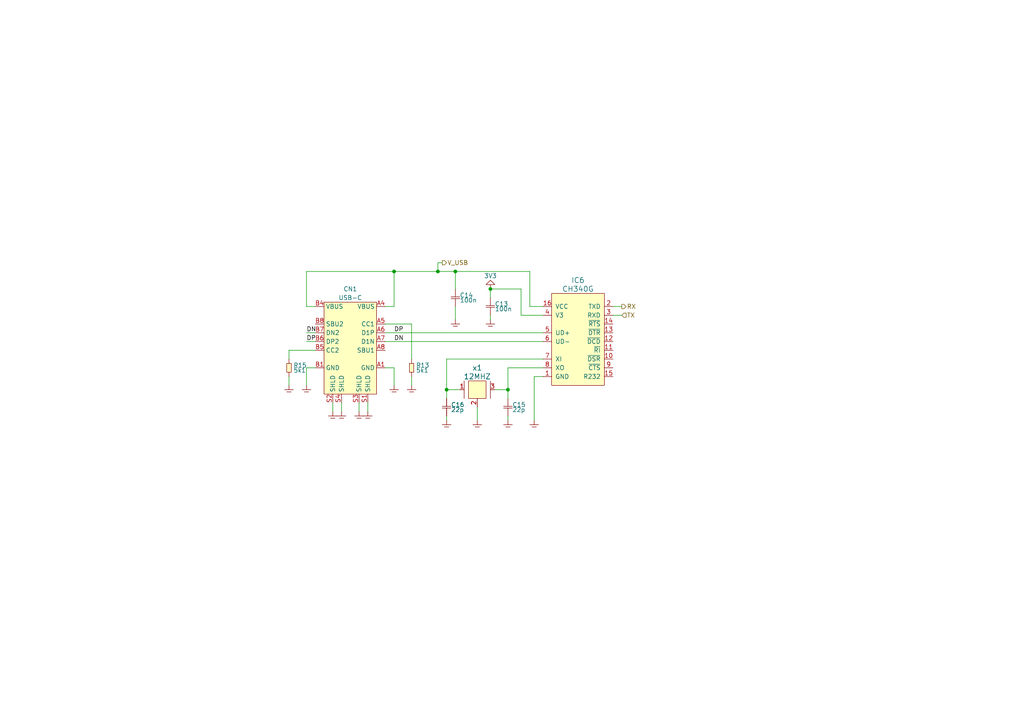
<source format=kicad_sch>
(kicad_sch (version 20230121) (generator eeschema)
  (paper "A4")
  (lib_symbols
    (symbol "connectors:USB4105-GF-A"
      (property "Reference" "CN" (at 0 15.24 0))
      (symbol "USB4105-GF-A_1_1"
        (rectangle (start -7.62 11.43) (end 7.62 -15.24) (fill (type background)))
        (pin power_out line (at -10.16 -7.62 0) (length 2.54) (name "GND") (number "A1"))
        (pin power_in line (at -10.16 10.16 0) (length 2.54) (name "VBUS") (number "A4"))
        (pin bidirectional line (at -10.16 5.08 0) (length 2.54) (name "CC1") (number "A5"))
        (pin bidirectional line (at -10.16 2.54 0) (length 2.54) (name "D1P") (number "A6"))
        (pin bidirectional line (at -10.16 0 0) (length 2.54) (name "D1N") (number "A7"))
        (pin bidirectional line (at -10.16 -2.54 0) (length 2.54) (name "SBU1") (number "A8"))
        (pin power_out line (at 10.16 -7.62 180) (length 2.54) (name "GND") (number "B1"))
        (pin power_in line (at 10.16 10.16 180) (length 2.54) (name "VBUS") (number "B4"))
        (pin bidirectional line (at 10.16 -2.54 180) (length 2.54) (name "CC2") (number "B5"))
        (pin bidirectional line (at 10.16 0 180) (length 2.54) (name "DP2") (number "B6"))
        (pin bidirectional line (at 10.16 2.54 180) (length 2.54) (name "DN2") (number "B7"))
        (pin bidirectional line (at 10.16 5.08 180) (length 2.54) (name "SBU2") (number "B8"))
        (pin power_out line (at -5.08 -17.78 90) (length 2.54) (name "SHLD") (number "S1"))
        (pin power_out line (at 5.08 -17.78 90) (length 2.54) (name "SHLD") (number "S2"))
        (pin power_out line (at -2.54 -17.78 90) (length 2.54) (name "SHLD") (number "S3"))
        (pin power_out line (at 2.54 -17.78 90) (length 2.54) (name "SHLD") (number "S4"))
      )
    )
    (symbol "generic:3V3" (power) (pin_numbers hide) (pin_names (offset 0) hide)
      (property "Value" "3V3" (at 0 3.81 0))
      (symbol "3V3_0_1"
        (polyline (pts (xy 0 0) (xy 0 1.27) (xy -1.27 1.27) (xy 0 2.54) (xy 1.27 1.27) (xy 0 1.27)))
      )
      (symbol "3V3_1_1"
        (pin power_in line (at 0 0 90) (length 2.54) hide (name "3V3") (number "~"))
      )
    )
    (symbol "generic:C" (pin_numbers hide) (pin_names (offset 0) hide)
      (property "Reference" "C" (at 2.54 0 0))
      (property "Value" "C" (at 2.54 -2.54 0))
      (symbol "C_0_1"
        (polyline (pts (xy -1.27 -0.254) (xy 1.27 -0.254)))
        (polyline (pts (xy 1.27 0.254) (xy -1.27 0.254)))
      )
      (symbol "C_1_1"
        (pin bidirectional line (at 0 2.54 270) (length 2.3114) (name "~") (number "1"))
        (pin bidirectional line (at 0 -2.54 90) (length 2.3114) (name "~") (number "2"))
      )
    )
    (symbol "generic:GND" (power) (pin_numbers hide) (pin_names (offset 0) hide)
      (symbol "GND_0_1"
        (polyline (pts (xy -1.27 -1.27) (xy 1.27 -1.27)))
        (polyline (pts (xy 0 -2.54) (xy 0 -2.54)))
        (polyline (pts (xy 0 -1.27) (xy 0 0)))
        (polyline (pts (xy 0.635 -1.905) (xy -0.635 -1.905)))
      )
      (symbol "GND_1_1"
        (pin power_in line (at 0 0 270) (length 2.54) hide (name "GND") (number "~"))
      )
    )
    (symbol "generic:R" (pin_numbers hide) (pin_names (offset 0) hide)
      (property "Reference" "R" (at 0 1.905 0))
      (symbol "R_0_1"
        (rectangle (start -1.27 0.635) (end 1.27 -0.635) (fill (type background)))
      )
      (symbol "R_1_1"
        (pin bidirectional line (at -2.54 0 0) (length 1.27) (name "~") (number "1"))
        (pin bidirectional line (at 2.54 0 180) (length 1.27) (name "~") (number "2"))
      )
    )
    (symbol "oscillators:RH100-12.000-18-2020-EXT-TR" (pin_names (offset 1.016))
      (property "Reference" "x" (at 0 6.35 0))
      (property "Value" "RH100-12.000-18-2020-EXT-TR" (at 0 3.81 0))
      (symbol "RH100-12.000-18-2020-EXT-TR_0_1"
        (rectangle (start -2.54 2.54) (end 2.54 -2.54) (fill (type background)))
        (polyline (pts (xy -3.81 2.54) (xy -3.81 -2.54)))
        (polyline (pts (xy 3.81 2.54) (xy 3.81 -2.54)))
      )
      (symbol "RH100-12.000-18-2020-EXT-TR_1_1"
        (pin input line (at -5.08 0 0) (length 1.27) (name "~") (number "1"))
        (pin input line (at 0 -5.08 90) (length 2.54) (name "~") (number "2"))
        (pin input line (at 5.08 0 180) (length 1.27) (name "~") (number "3"))
        (pin input line (at 0 -5.08 90) (length 2.54) hide (name "~") (number "4"))
      )
    )
    (symbol "serial:CH340G" (pin_names (offset 1.016))
      (property "Reference" "IC" (at -5.08 15.24 0))
      (property "Value" "CH340G" (at 0 12.7 0))
      (symbol "CH340G_0_1"
        (rectangle (start -7.62 13.97) (end 7.62 -12.7) (fill (type background)))
      )
      (symbol "CH340G_1_1"
        (pin input line (at -10.16 -10.16 0) (length 2.54) (name "GND") (number "1"))
        (pin input line (at 10.16 -5.08 180) (length 2.54) (name "~{DSR}") (number "10"))
        (pin input line (at 10.16 -2.54 180) (length 2.54) (name "~{RI}") (number "11"))
        (pin input line (at 10.16 0 180) (length 2.54) (name "~{DCD}") (number "12"))
        (pin input line (at 10.16 2.54 180) (length 2.54) (name "~{DTR}") (number "13"))
        (pin input line (at 10.16 5.08 180) (length 2.54) (name "~{RTS}") (number "14"))
        (pin input line (at 10.16 -10.16 180) (length 2.54) (name "R232") (number "15"))
        (pin input line (at -10.16 10.16 0) (length 2.54) (name "VCC") (number "16"))
        (pin input line (at 10.16 10.16 180) (length 2.54) (name "TXD") (number "2"))
        (pin input line (at 10.16 7.62 180) (length 2.54) (name "RXD") (number "3"))
        (pin input line (at -10.16 7.62 0) (length 2.54) (name "V3") (number "4"))
        (pin input line (at -10.16 2.54 0) (length 2.54) (name "UD+") (number "5"))
        (pin input line (at -10.16 0 0) (length 2.54) (name "UD-") (number "6"))
        (pin input line (at -10.16 -5.08 0) (length 2.54) (name "XI") (number "7"))
        (pin input line (at -10.16 -7.62 0) (length 2.54) (name "XO") (number "8"))
        (pin input line (at 10.16 -7.62 180) (length 2.54) (name "~{CTS}") (number "9"))
      )
    )
  )
  (junction (at 142.24 83.82))
  (junction (at 147.32 113.03))
  (junction (at 132.08 78.74))
  (junction (at 127 78.74))
  (junction (at 114.3 78.74))
  (junction (at 129.54 113.03))
  (wire (pts (xy 129.54 113.03) (xy 129.54 104.14)))
  (wire (pts (xy 83.82 101.6) (xy 91.44 101.6)))
  (wire (pts (xy 88.9 78.74) (xy 114.3 78.74)))
  (wire (pts (xy 83.82 111.76) (xy 83.82 109.22)))
  (wire (pts (xy 143.51 113.03) (xy 147.32 113.03)))
  (wire (pts (xy 114.3 78.74) (xy 127 78.74)))
  (wire (pts (xy 88.9 88.9) (xy 88.9 78.74)))
  (wire (pts (xy 142.24 91.44) (xy 142.24 92.71)))
  (wire (pts (xy 111.76 96.52) (xy 157.48 96.52)))
  (wire (pts (xy 157.48 109.22) (xy 154.94 109.22)))
  (wire (pts (xy 132.08 78.74) (xy 132.08 83.82)))
  (wire (pts (xy 111.76 93.98) (xy 119.38 93.98)))
  (wire (pts (xy 147.32 106.68) (xy 157.48 106.68)))
  (wire (pts (xy 147.32 120.65) (xy 147.32 121.92)))
  (wire (pts (xy 132.08 78.74) (xy 127 78.74)))
  (wire (pts (xy 96.52 116.84) (xy 96.52 119.38)))
  (wire (pts (xy 91.44 88.9) (xy 88.9 88.9)))
  (wire (pts (xy 88.9 96.52) (xy 91.44 96.52)))
  (wire (pts (xy 177.8 91.44) (xy 180.34 91.44)))
  (wire (pts (xy 111.76 88.9) (xy 114.3 88.9)))
  (wire (pts (xy 88.9 111.76) (xy 88.9 106.68)))
  (wire (pts (xy 88.9 99.06) (xy 91.44 99.06)))
  (wire (pts (xy 153.67 78.74) (xy 153.67 88.9)))
  (wire (pts (xy 177.8 88.9) (xy 180.34 88.9)))
  (wire (pts (xy 119.38 93.98) (xy 119.38 104.14)))
  (wire (pts (xy 88.9 106.68) (xy 91.44 106.68)))
  (wire (pts (xy 127 78.74) (xy 127 76.2)))
  (wire (pts (xy 129.54 113.03) (xy 133.35 113.03)))
  (wire (pts (xy 153.67 88.9) (xy 157.48 88.9)))
  (wire (pts (xy 129.54 104.14) (xy 157.48 104.14)))
  (wire (pts (xy 119.38 109.22) (xy 119.38 111.76)))
  (wire (pts (xy 99.06 116.84) (xy 99.06 119.38)))
  (wire (pts (xy 129.54 115.57) (xy 129.54 113.03)))
  (wire (pts (xy 151.13 83.82) (xy 151.13 91.44)))
  (wire (pts (xy 147.32 113.03) (xy 147.32 115.57)))
  (wire (pts (xy 129.54 120.65) (xy 129.54 121.92)))
  (wire (pts (xy 106.68 116.84) (xy 106.68 119.38)))
  (wire (pts (xy 151.13 91.44) (xy 157.48 91.44)))
  (wire (pts (xy 153.67 78.74) (xy 132.08 78.74)))
  (wire (pts (xy 111.76 99.06) (xy 157.48 99.06)))
  (wire (pts (xy 138.43 118.11) (xy 138.43 121.92)))
  (wire (pts (xy 147.32 113.03) (xy 147.32 106.68)))
  (wire (pts (xy 111.76 106.68) (xy 114.3 106.68)))
  (wire (pts (xy 142.24 83.82) (xy 142.24 86.36)))
  (wire (pts (xy 104.14 116.84) (xy 104.14 119.38)))
  (wire (pts (xy 142.24 83.82) (xy 151.13 83.82)))
  (wire (pts (xy 132.08 88.9) (xy 132.08 92.71)))
  (wire (pts (xy 114.3 106.68) (xy 114.3 111.76)))
  (wire (pts (xy 127 76.2) (xy 128.27 76.2)))
  (wire (pts (xy 83.82 104.14) (xy 83.82 101.6)))
  (wire (pts (xy 114.3 88.9) (xy 114.3 78.74)))
  (wire (pts (xy 154.94 109.22) (xy 154.94 121.92)))
  (label "DN" (at 114.3 99.06 0))
  (label "DP" (at 88.9 99.06 0))
  (label "DN" (at 88.9 96.52 0))
  (label "DP" (at 114.3 96.52 0))
  (hierarchical_label "V_USB" (shape output) (at 128.27 76.2 0))
  (hierarchical_label "RX" (shape output) (at 180.34 88.9 0))
  (hierarchical_label "TX" (shape input) (at 180.34 91.44 0))
  (symbol (lib_id "generic:GND") (at 138.43 121.92 0) (unit 1)
    (property "Reference" "#GND0120" (effects hide))
    (property "Value" "GND" (effects hide))
  )
  (symbol (lib_id "serial:CH340G") (at 167.64 99.06 0) (unit 1)
    (property "Reference" "IC6" (at 167.64 81.28 0) (effects (font (size 1.524 1.524))))
    (property "Value" "CH340G" (at 167.64 83.82 0) (effects (font (size 1.524 1.524))))
    (property "Footprint" "SOP:SOP-16" (effects hide))
  )
  (symbol (lib_id "generic:GND") (at 129.54 121.92 0) (unit 1)
    (property "Reference" "#GND0121" (effects hide))
    (property "Value" "GND" (effects hide))
  )
  (symbol (lib_id "generic:R") (at 119.38 106.68 90) (unit 1)
    (property "Reference" "R13" (at 120.65 106.68 90) (effects (justify right top)))
    (property "Value" "5k1" (at 120.65 106.68 90) (effects (justify right bottom)))
    (property "Footprint" "SMT:0603" (effects hide))
    (property "Digi-Key" "13-RC0603FR-135K1LCT-ND" (effects hide))
  )
  (symbol (lib_id "generic:C") (at 132.08 86.36 0) (unit 1)
    (property "Reference" "C14" (at 133.35 86.36 0) (effects (justify left bottom)))
    (property "Value" "100n" (at 133.35 86.36 0) (effects (justify left top)))
    (property "Footprint" "SMT:0603" (effects hide))
    (property "Digi-Key" "1276-1935-1-ND" (effects hide))
  )
  (symbol (lib_id "generic:GND") (at 88.9 111.76 0) (unit 1)
    (property "Reference" "#GND05" (effects hide))
    (property "Value" "GND" (effects hide))
  )
  (symbol (lib_id "generic:GND") (at 114.3 111.76 0) (unit 1)
    (property "Reference" "#GND0124" (effects hide))
    (property "Value" "GND" (effects hide))
  )
  (symbol (lib_id "generic:GND") (at 119.38 111.76 0) (unit 1)
    (property "Reference" "#GND06" (effects hide))
    (property "Value" "GND" (effects hide))
  )
  (symbol (lib_id "generic:GND") (at 104.14 119.38 0) (unit 1)
    (property "Reference" "#GND02" (effects hide))
    (property "Value" "GND" (effects hide))
  )
  (symbol (lib_id "generic:GND") (at 154.94 121.92 0) (unit 1)
    (property "Reference" "#GND0119" (effects hide))
    (property "Value" "GND" (effects hide))
  )
  (symbol (lib_id "generic:R") (at 83.82 106.68 90) (unit 1)
    (property "Reference" "R15" (at 85.09 106.68 90) (effects (justify right top)))
    (property "Value" "5k1" (at 85.09 106.68 90) (effects (justify right bottom)))
    (property "Footprint" "SMT:0603" (effects hide))
    (property "Digi-Key" "13-RC0603FR-135K1LCT-ND" (effects hide))
  )
  (symbol (lib_id "oscillators:RH100-12.000-18-2020-EXT-TR") (at 138.43 113.03 0) (unit 1)
    (property "Reference" "x1" (at 138.43 106.68 0) (effects (font (size 1.524 1.524))))
    (property "Value" "12MHZ" (at 138.43 109.22 0) (effects (font (size 1.524 1.524))))
    (property "Footprint" "xtal:3.2x2.5CXO" (effects hide))
    (property "Datasheet" "https://www.raltron.com/webproducts/specs/CRYSTAL/RH100-12.000-18-2020-EXT-TR.pdf" (effects hide))
    (property "Digi-Key" "2151-RH100-12.000-18-2020-EXT-TRCT-ND" (effects hide))
  )
  (symbol (lib_id "generic:GND") (at 132.08 92.71 0) (unit 1)
    (property "Reference" "#GND0123" (effects hide))
    (property "Value" "GND" (effects hide))
  )
  (symbol (lib_id "generic:GND") (at 99.06 119.38 0) (unit 1)
    (property "Reference" "#GND03" (effects hide))
    (property "Value" "GND" (effects hide))
  )
  (symbol (lib_id "generic:GND") (at 142.24 92.71 0) (unit 1)
    (property "Reference" "#GND0122" (effects hide))
    (property "Value" "GND" (effects hide))
  )
  (symbol (lib_id "generic:GND") (at 106.68 119.38 0) (unit 1)
    (property "Reference" "#GND01" (effects hide))
    (property "Value" "GND" (effects hide))
  )
  (symbol (lib_id "connectors:USB4105-GF-A") (at 101.6 99.06 0) (mirror y) (unit 1)
    (property "Reference" "CN1" (at 101.6 83.82 0))
    (property "Value" "USB-C" (at 101.6 86.36 0))
    (property "Footprint" "USB:USB4105-GF-A" (effects hide))
    (property "Datasheet" "https://gct.co/files/drawings/usb4105.pdf" (effects hide))
    (property "MPN" "USB4105-GF-A" (effects hide))
    (property "Digi-Key" "2073-USB4105-GF-ACT-ND" (effects hide))
  )
  (symbol (lib_id "generic:GND") (at 83.82 111.76 0) (unit 1)
    (property "Reference" "#GND07" (effects hide))
    (property "Value" "GND" (effects hide))
  )
  (symbol (lib_id "generic:C") (at 129.54 118.11 0) (unit 1)
    (property "Reference" "C16" (at 130.81 118.11 0) (effects (justify left bottom)))
    (property "Value" "22p" (at 130.81 118.11 0) (effects (justify left top)))
    (property "Footprint" "SMT:0603" (effects hide))
    (property "Digi-Key" "1292-1503-1-ND" (effects hide))
  )
  (symbol (lib_id "generic:C") (at 142.24 88.9 0) (unit 1)
    (property "Reference" "C13" (at 143.51 88.9 0) (effects (justify left bottom)))
    (property "Value" "100n" (at 143.51 88.9 0) (effects (justify left top)))
    (property "Footprint" "SMT:0603" (effects hide))
    (property "Digi-Key" "1276-1935-1-ND" (effects hide))
  )
  (symbol (lib_id "generic:C") (at 147.32 118.11 0) (unit 1)
    (property "Reference" "C15" (at 148.59 118.11 0) (effects (justify left bottom)))
    (property "Value" "22p" (at 148.59 118.11 0) (effects (justify left top)))
    (property "Footprint" "SMT:0603" (effects hide))
    (property "Digi-Key" "1292-1503-1-ND" (effects hide))
  )
  (symbol (lib_id "generic:GND") (at 96.52 119.38 0) (unit 1)
    (property "Reference" "#GND04" (effects hide))
    (property "Value" "GND" (effects hide))
  )
  (symbol (lib_id "generic:GND") (at 147.32 121.92 0) (unit 1)
    (property "Reference" "#GND0118" (effects hide))
    (property "Value" "GND" (effects hide))
  )
  (symbol (lib_id "generic:3V3") (at 142.24 83.82 0) (unit 1)
    (property "Reference" "#3V0101" (effects hide))
    (property "Value" "3V3" (at 142.24 80.01 0))
  )
)
</source>
